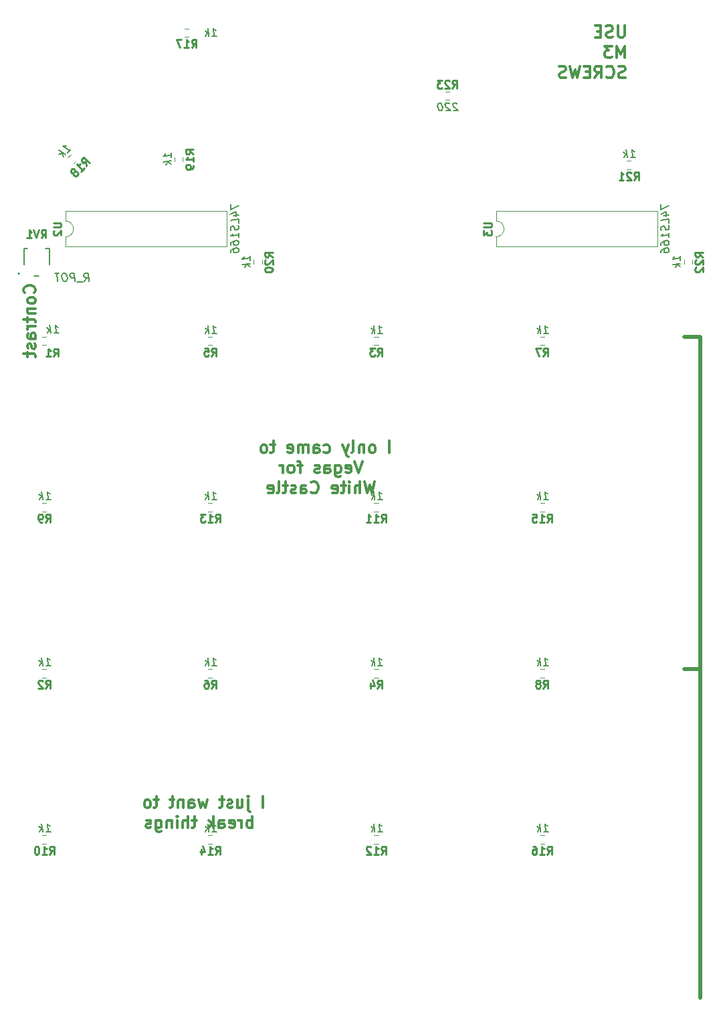
<source format=gbo>
G04 #@! TF.GenerationSoftware,KiCad,Pcbnew,5.1.9+dfsg1-1*
G04 #@! TF.CreationDate,2022-06-11T23:02:00-07:00*
G04 #@! TF.ProjectId,keypad,6b657970-6164-42e6-9b69-6361645f7063,rev?*
G04 #@! TF.SameCoordinates,Original*
G04 #@! TF.FileFunction,Legend,Bot*
G04 #@! TF.FilePolarity,Positive*
%FSLAX46Y46*%
G04 Gerber Fmt 4.6, Leading zero omitted, Abs format (unit mm)*
G04 Created by KiCad (PCBNEW 5.1.9+dfsg1-1) date 2022-06-11 23:02:00*
%MOMM*%
%LPD*%
G01*
G04 APERTURE LIST*
%ADD10C,0.300000*%
%ADD11C,0.500000*%
%ADD12C,0.200000*%
%ADD13C,0.127000*%
%ADD14C,0.120000*%
%ADD15C,0.250000*%
%ADD16C,0.150000*%
G04 APERTURE END LIST*
D10*
X181447857Y-31128571D02*
X181447857Y-32342857D01*
X181376428Y-32485714D01*
X181305000Y-32557142D01*
X181162142Y-32628571D01*
X180876428Y-32628571D01*
X180733571Y-32557142D01*
X180662142Y-32485714D01*
X180590714Y-32342857D01*
X180590714Y-31128571D01*
X179947857Y-32557142D02*
X179733571Y-32628571D01*
X179376428Y-32628571D01*
X179233571Y-32557142D01*
X179162142Y-32485714D01*
X179090714Y-32342857D01*
X179090714Y-32200000D01*
X179162142Y-32057142D01*
X179233571Y-31985714D01*
X179376428Y-31914285D01*
X179662142Y-31842857D01*
X179805000Y-31771428D01*
X179876428Y-31700000D01*
X179947857Y-31557142D01*
X179947857Y-31414285D01*
X179876428Y-31271428D01*
X179805000Y-31200000D01*
X179662142Y-31128571D01*
X179305000Y-31128571D01*
X179090714Y-31200000D01*
X178447857Y-31842857D02*
X177947857Y-31842857D01*
X177733571Y-32628571D02*
X178447857Y-32628571D01*
X178447857Y-31128571D01*
X177733571Y-31128571D01*
X181447857Y-35178571D02*
X181447857Y-33678571D01*
X180947857Y-34750000D01*
X180447857Y-33678571D01*
X180447857Y-35178571D01*
X179876428Y-33678571D02*
X178947857Y-33678571D01*
X179447857Y-34250000D01*
X179233571Y-34250000D01*
X179090714Y-34321428D01*
X179019285Y-34392857D01*
X178947857Y-34535714D01*
X178947857Y-34892857D01*
X179019285Y-35035714D01*
X179090714Y-35107142D01*
X179233571Y-35178571D01*
X179662142Y-35178571D01*
X179805000Y-35107142D01*
X179876428Y-35035714D01*
X181519285Y-37657142D02*
X181305000Y-37728571D01*
X180947857Y-37728571D01*
X180805000Y-37657142D01*
X180733571Y-37585714D01*
X180662142Y-37442857D01*
X180662142Y-37300000D01*
X180733571Y-37157142D01*
X180805000Y-37085714D01*
X180947857Y-37014285D01*
X181233571Y-36942857D01*
X181376428Y-36871428D01*
X181447857Y-36800000D01*
X181519285Y-36657142D01*
X181519285Y-36514285D01*
X181447857Y-36371428D01*
X181376428Y-36300000D01*
X181233571Y-36228571D01*
X180876428Y-36228571D01*
X180662142Y-36300000D01*
X179162142Y-37585714D02*
X179233571Y-37657142D01*
X179447857Y-37728571D01*
X179590714Y-37728571D01*
X179805000Y-37657142D01*
X179947857Y-37514285D01*
X180019285Y-37371428D01*
X180090714Y-37085714D01*
X180090714Y-36871428D01*
X180019285Y-36585714D01*
X179947857Y-36442857D01*
X179805000Y-36300000D01*
X179590714Y-36228571D01*
X179447857Y-36228571D01*
X179233571Y-36300000D01*
X179162142Y-36371428D01*
X177662142Y-37728571D02*
X178162142Y-37014285D01*
X178519285Y-37728571D02*
X178519285Y-36228571D01*
X177947857Y-36228571D01*
X177805000Y-36300000D01*
X177733571Y-36371428D01*
X177662142Y-36514285D01*
X177662142Y-36728571D01*
X177733571Y-36871428D01*
X177805000Y-36942857D01*
X177947857Y-37014285D01*
X178519285Y-37014285D01*
X177019285Y-36942857D02*
X176519285Y-36942857D01*
X176305000Y-37728571D02*
X177019285Y-37728571D01*
X177019285Y-36228571D01*
X176305000Y-36228571D01*
X175805000Y-36228571D02*
X175447857Y-37728571D01*
X175162142Y-36657142D01*
X174876428Y-37728571D01*
X174519285Y-36228571D01*
X174019285Y-37657142D02*
X173805000Y-37728571D01*
X173447857Y-37728571D01*
X173305000Y-37657142D01*
X173233571Y-37585714D01*
X173162142Y-37442857D01*
X173162142Y-37300000D01*
X173233571Y-37157142D01*
X173305000Y-37085714D01*
X173447857Y-37014285D01*
X173733571Y-36942857D01*
X173876428Y-36871428D01*
X173947857Y-36800000D01*
X174019285Y-36657142D01*
X174019285Y-36514285D01*
X173947857Y-36371428D01*
X173876428Y-36300000D01*
X173733571Y-36228571D01*
X173376428Y-36228571D01*
X173162142Y-36300000D01*
D11*
X191000000Y-70500000D02*
X189000000Y-70500000D01*
X191000000Y-112500000D02*
X191000000Y-70500000D01*
X191000000Y-112500000D02*
X191000000Y-154000000D01*
X189000000Y-112500000D02*
X191000000Y-112500000D01*
D10*
X151678571Y-85128571D02*
X151678571Y-83628571D01*
X149607142Y-85128571D02*
X149750000Y-85057142D01*
X149821428Y-84985714D01*
X149892857Y-84842857D01*
X149892857Y-84414285D01*
X149821428Y-84271428D01*
X149750000Y-84200000D01*
X149607142Y-84128571D01*
X149392857Y-84128571D01*
X149250000Y-84200000D01*
X149178571Y-84271428D01*
X149107142Y-84414285D01*
X149107142Y-84842857D01*
X149178571Y-84985714D01*
X149250000Y-85057142D01*
X149392857Y-85128571D01*
X149607142Y-85128571D01*
X148464285Y-84128571D02*
X148464285Y-85128571D01*
X148464285Y-84271428D02*
X148392857Y-84200000D01*
X148250000Y-84128571D01*
X148035714Y-84128571D01*
X147892857Y-84200000D01*
X147821428Y-84342857D01*
X147821428Y-85128571D01*
X146892857Y-85128571D02*
X147035714Y-85057142D01*
X147107142Y-84914285D01*
X147107142Y-83628571D01*
X146464285Y-84128571D02*
X146107142Y-85128571D01*
X145750000Y-84128571D02*
X146107142Y-85128571D01*
X146250000Y-85485714D01*
X146321428Y-85557142D01*
X146464285Y-85628571D01*
X143392857Y-85057142D02*
X143535714Y-85128571D01*
X143821428Y-85128571D01*
X143964285Y-85057142D01*
X144035714Y-84985714D01*
X144107142Y-84842857D01*
X144107142Y-84414285D01*
X144035714Y-84271428D01*
X143964285Y-84200000D01*
X143821428Y-84128571D01*
X143535714Y-84128571D01*
X143392857Y-84200000D01*
X142107142Y-85128571D02*
X142107142Y-84342857D01*
X142178571Y-84200000D01*
X142321428Y-84128571D01*
X142607142Y-84128571D01*
X142750000Y-84200000D01*
X142107142Y-85057142D02*
X142250000Y-85128571D01*
X142607142Y-85128571D01*
X142750000Y-85057142D01*
X142821428Y-84914285D01*
X142821428Y-84771428D01*
X142750000Y-84628571D01*
X142607142Y-84557142D01*
X142250000Y-84557142D01*
X142107142Y-84485714D01*
X141392857Y-85128571D02*
X141392857Y-84128571D01*
X141392857Y-84271428D02*
X141321428Y-84200000D01*
X141178571Y-84128571D01*
X140964285Y-84128571D01*
X140821428Y-84200000D01*
X140750000Y-84342857D01*
X140750000Y-85128571D01*
X140750000Y-84342857D02*
X140678571Y-84200000D01*
X140535714Y-84128571D01*
X140321428Y-84128571D01*
X140178571Y-84200000D01*
X140107142Y-84342857D01*
X140107142Y-85128571D01*
X138821428Y-85057142D02*
X138964285Y-85128571D01*
X139250000Y-85128571D01*
X139392857Y-85057142D01*
X139464285Y-84914285D01*
X139464285Y-84342857D01*
X139392857Y-84200000D01*
X139250000Y-84128571D01*
X138964285Y-84128571D01*
X138821428Y-84200000D01*
X138750000Y-84342857D01*
X138750000Y-84485714D01*
X139464285Y-84628571D01*
X137178571Y-84128571D02*
X136607142Y-84128571D01*
X136964285Y-83628571D02*
X136964285Y-84914285D01*
X136892857Y-85057142D01*
X136750000Y-85128571D01*
X136607142Y-85128571D01*
X135892857Y-85128571D02*
X136035714Y-85057142D01*
X136107142Y-84985714D01*
X136178571Y-84842857D01*
X136178571Y-84414285D01*
X136107142Y-84271428D01*
X136035714Y-84200000D01*
X135892857Y-84128571D01*
X135678571Y-84128571D01*
X135535714Y-84200000D01*
X135464285Y-84271428D01*
X135392857Y-84414285D01*
X135392857Y-84842857D01*
X135464285Y-84985714D01*
X135535714Y-85057142D01*
X135678571Y-85128571D01*
X135892857Y-85128571D01*
X148250000Y-86178571D02*
X147750000Y-87678571D01*
X147250000Y-86178571D01*
X146178571Y-87607142D02*
X146321428Y-87678571D01*
X146607142Y-87678571D01*
X146750000Y-87607142D01*
X146821428Y-87464285D01*
X146821428Y-86892857D01*
X146750000Y-86750000D01*
X146607142Y-86678571D01*
X146321428Y-86678571D01*
X146178571Y-86750000D01*
X146107142Y-86892857D01*
X146107142Y-87035714D01*
X146821428Y-87178571D01*
X144821428Y-86678571D02*
X144821428Y-87892857D01*
X144892857Y-88035714D01*
X144964285Y-88107142D01*
X145107142Y-88178571D01*
X145321428Y-88178571D01*
X145464285Y-88107142D01*
X144821428Y-87607142D02*
X144964285Y-87678571D01*
X145250000Y-87678571D01*
X145392857Y-87607142D01*
X145464285Y-87535714D01*
X145535714Y-87392857D01*
X145535714Y-86964285D01*
X145464285Y-86821428D01*
X145392857Y-86750000D01*
X145250000Y-86678571D01*
X144964285Y-86678571D01*
X144821428Y-86750000D01*
X143464285Y-87678571D02*
X143464285Y-86892857D01*
X143535714Y-86750000D01*
X143678571Y-86678571D01*
X143964285Y-86678571D01*
X144107142Y-86750000D01*
X143464285Y-87607142D02*
X143607142Y-87678571D01*
X143964285Y-87678571D01*
X144107142Y-87607142D01*
X144178571Y-87464285D01*
X144178571Y-87321428D01*
X144107142Y-87178571D01*
X143964285Y-87107142D01*
X143607142Y-87107142D01*
X143464285Y-87035714D01*
X142821428Y-87607142D02*
X142678571Y-87678571D01*
X142392857Y-87678571D01*
X142250000Y-87607142D01*
X142178571Y-87464285D01*
X142178571Y-87392857D01*
X142250000Y-87250000D01*
X142392857Y-87178571D01*
X142607142Y-87178571D01*
X142750000Y-87107142D01*
X142821428Y-86964285D01*
X142821428Y-86892857D01*
X142750000Y-86750000D01*
X142607142Y-86678571D01*
X142392857Y-86678571D01*
X142250000Y-86750000D01*
X140607142Y-86678571D02*
X140035714Y-86678571D01*
X140392857Y-87678571D02*
X140392857Y-86392857D01*
X140321428Y-86250000D01*
X140178571Y-86178571D01*
X140035714Y-86178571D01*
X139321428Y-87678571D02*
X139464285Y-87607142D01*
X139535714Y-87535714D01*
X139607142Y-87392857D01*
X139607142Y-86964285D01*
X139535714Y-86821428D01*
X139464285Y-86750000D01*
X139321428Y-86678571D01*
X139107142Y-86678571D01*
X138964285Y-86750000D01*
X138892857Y-86821428D01*
X138821428Y-86964285D01*
X138821428Y-87392857D01*
X138892857Y-87535714D01*
X138964285Y-87607142D01*
X139107142Y-87678571D01*
X139321428Y-87678571D01*
X138178571Y-87678571D02*
X138178571Y-86678571D01*
X138178571Y-86964285D02*
X138107142Y-86821428D01*
X138035714Y-86750000D01*
X137892857Y-86678571D01*
X137750000Y-86678571D01*
X149821428Y-88728571D02*
X149464285Y-90228571D01*
X149178571Y-89157142D01*
X148892857Y-90228571D01*
X148535714Y-88728571D01*
X147964285Y-90228571D02*
X147964285Y-88728571D01*
X147321428Y-90228571D02*
X147321428Y-89442857D01*
X147392857Y-89300000D01*
X147535714Y-89228571D01*
X147750000Y-89228571D01*
X147892857Y-89300000D01*
X147964285Y-89371428D01*
X146607142Y-90228571D02*
X146607142Y-89228571D01*
X146607142Y-88728571D02*
X146678571Y-88800000D01*
X146607142Y-88871428D01*
X146535714Y-88800000D01*
X146607142Y-88728571D01*
X146607142Y-88871428D01*
X146107142Y-89228571D02*
X145535714Y-89228571D01*
X145892857Y-88728571D02*
X145892857Y-90014285D01*
X145821428Y-90157142D01*
X145678571Y-90228571D01*
X145535714Y-90228571D01*
X144464285Y-90157142D02*
X144607142Y-90228571D01*
X144892857Y-90228571D01*
X145035714Y-90157142D01*
X145107142Y-90014285D01*
X145107142Y-89442857D01*
X145035714Y-89300000D01*
X144892857Y-89228571D01*
X144607142Y-89228571D01*
X144464285Y-89300000D01*
X144392857Y-89442857D01*
X144392857Y-89585714D01*
X145107142Y-89728571D01*
X141750000Y-90085714D02*
X141821428Y-90157142D01*
X142035714Y-90228571D01*
X142178571Y-90228571D01*
X142392857Y-90157142D01*
X142535714Y-90014285D01*
X142607142Y-89871428D01*
X142678571Y-89585714D01*
X142678571Y-89371428D01*
X142607142Y-89085714D01*
X142535714Y-88942857D01*
X142392857Y-88800000D01*
X142178571Y-88728571D01*
X142035714Y-88728571D01*
X141821428Y-88800000D01*
X141750000Y-88871428D01*
X140464285Y-90228571D02*
X140464285Y-89442857D01*
X140535714Y-89300000D01*
X140678571Y-89228571D01*
X140964285Y-89228571D01*
X141107142Y-89300000D01*
X140464285Y-90157142D02*
X140607142Y-90228571D01*
X140964285Y-90228571D01*
X141107142Y-90157142D01*
X141178571Y-90014285D01*
X141178571Y-89871428D01*
X141107142Y-89728571D01*
X140964285Y-89657142D01*
X140607142Y-89657142D01*
X140464285Y-89585714D01*
X139821428Y-90157142D02*
X139678571Y-90228571D01*
X139392857Y-90228571D01*
X139250000Y-90157142D01*
X139178571Y-90014285D01*
X139178571Y-89942857D01*
X139250000Y-89800000D01*
X139392857Y-89728571D01*
X139607142Y-89728571D01*
X139750000Y-89657142D01*
X139821428Y-89514285D01*
X139821428Y-89442857D01*
X139750000Y-89300000D01*
X139607142Y-89228571D01*
X139392857Y-89228571D01*
X139250000Y-89300000D01*
X138750000Y-89228571D02*
X138178571Y-89228571D01*
X138535714Y-88728571D02*
X138535714Y-90014285D01*
X138464285Y-90157142D01*
X138321428Y-90228571D01*
X138178571Y-90228571D01*
X137464285Y-90228571D02*
X137607142Y-90157142D01*
X137678571Y-90014285D01*
X137678571Y-88728571D01*
X136321428Y-90157142D02*
X136464285Y-90228571D01*
X136750000Y-90228571D01*
X136892857Y-90157142D01*
X136964285Y-90014285D01*
X136964285Y-89442857D01*
X136892857Y-89300000D01*
X136750000Y-89228571D01*
X136464285Y-89228571D01*
X136321428Y-89300000D01*
X136250000Y-89442857D01*
X136250000Y-89585714D01*
X136964285Y-89728571D01*
X135635714Y-130003571D02*
X135635714Y-128503571D01*
X133778571Y-129003571D02*
X133778571Y-130289285D01*
X133850000Y-130432142D01*
X133992857Y-130503571D01*
X134064285Y-130503571D01*
X133778571Y-128503571D02*
X133850000Y-128575000D01*
X133778571Y-128646428D01*
X133707142Y-128575000D01*
X133778571Y-128503571D01*
X133778571Y-128646428D01*
X132421428Y-129003571D02*
X132421428Y-130003571D01*
X133064285Y-129003571D02*
X133064285Y-129789285D01*
X132992857Y-129932142D01*
X132850000Y-130003571D01*
X132635714Y-130003571D01*
X132492857Y-129932142D01*
X132421428Y-129860714D01*
X131778571Y-129932142D02*
X131635714Y-130003571D01*
X131350000Y-130003571D01*
X131207142Y-129932142D01*
X131135714Y-129789285D01*
X131135714Y-129717857D01*
X131207142Y-129575000D01*
X131350000Y-129503571D01*
X131564285Y-129503571D01*
X131707142Y-129432142D01*
X131778571Y-129289285D01*
X131778571Y-129217857D01*
X131707142Y-129075000D01*
X131564285Y-129003571D01*
X131350000Y-129003571D01*
X131207142Y-129075000D01*
X130707142Y-129003571D02*
X130135714Y-129003571D01*
X130492857Y-128503571D02*
X130492857Y-129789285D01*
X130421428Y-129932142D01*
X130278571Y-130003571D01*
X130135714Y-130003571D01*
X128635714Y-129003571D02*
X128350000Y-130003571D01*
X128064285Y-129289285D01*
X127778571Y-130003571D01*
X127492857Y-129003571D01*
X126278571Y-130003571D02*
X126278571Y-129217857D01*
X126350000Y-129075000D01*
X126492857Y-129003571D01*
X126778571Y-129003571D01*
X126921428Y-129075000D01*
X126278571Y-129932142D02*
X126421428Y-130003571D01*
X126778571Y-130003571D01*
X126921428Y-129932142D01*
X126992857Y-129789285D01*
X126992857Y-129646428D01*
X126921428Y-129503571D01*
X126778571Y-129432142D01*
X126421428Y-129432142D01*
X126278571Y-129360714D01*
X125564285Y-129003571D02*
X125564285Y-130003571D01*
X125564285Y-129146428D02*
X125492857Y-129075000D01*
X125350000Y-129003571D01*
X125135714Y-129003571D01*
X124992857Y-129075000D01*
X124921428Y-129217857D01*
X124921428Y-130003571D01*
X124421428Y-129003571D02*
X123850000Y-129003571D01*
X124207142Y-128503571D02*
X124207142Y-129789285D01*
X124135714Y-129932142D01*
X123992857Y-130003571D01*
X123850000Y-130003571D01*
X122421428Y-129003571D02*
X121850000Y-129003571D01*
X122207142Y-128503571D02*
X122207142Y-129789285D01*
X122135714Y-129932142D01*
X121992857Y-130003571D01*
X121850000Y-130003571D01*
X121135714Y-130003571D02*
X121278571Y-129932142D01*
X121350000Y-129860714D01*
X121421428Y-129717857D01*
X121421428Y-129289285D01*
X121350000Y-129146428D01*
X121278571Y-129075000D01*
X121135714Y-129003571D01*
X120921428Y-129003571D01*
X120778571Y-129075000D01*
X120707142Y-129146428D01*
X120635714Y-129289285D01*
X120635714Y-129717857D01*
X120707142Y-129860714D01*
X120778571Y-129932142D01*
X120921428Y-130003571D01*
X121135714Y-130003571D01*
X134314285Y-132553571D02*
X134314285Y-131053571D01*
X134314285Y-131625000D02*
X134171428Y-131553571D01*
X133885714Y-131553571D01*
X133742857Y-131625000D01*
X133671428Y-131696428D01*
X133600000Y-131839285D01*
X133600000Y-132267857D01*
X133671428Y-132410714D01*
X133742857Y-132482142D01*
X133885714Y-132553571D01*
X134171428Y-132553571D01*
X134314285Y-132482142D01*
X132957142Y-132553571D02*
X132957142Y-131553571D01*
X132957142Y-131839285D02*
X132885714Y-131696428D01*
X132814285Y-131625000D01*
X132671428Y-131553571D01*
X132528571Y-131553571D01*
X131457142Y-132482142D02*
X131600000Y-132553571D01*
X131885714Y-132553571D01*
X132028571Y-132482142D01*
X132100000Y-132339285D01*
X132100000Y-131767857D01*
X132028571Y-131625000D01*
X131885714Y-131553571D01*
X131600000Y-131553571D01*
X131457142Y-131625000D01*
X131385714Y-131767857D01*
X131385714Y-131910714D01*
X132100000Y-132053571D01*
X130100000Y-132553571D02*
X130100000Y-131767857D01*
X130171428Y-131625000D01*
X130314285Y-131553571D01*
X130600000Y-131553571D01*
X130742857Y-131625000D01*
X130100000Y-132482142D02*
X130242857Y-132553571D01*
X130600000Y-132553571D01*
X130742857Y-132482142D01*
X130814285Y-132339285D01*
X130814285Y-132196428D01*
X130742857Y-132053571D01*
X130600000Y-131982142D01*
X130242857Y-131982142D01*
X130100000Y-131910714D01*
X129385714Y-132553571D02*
X129385714Y-131053571D01*
X129242857Y-131982142D02*
X128814285Y-132553571D01*
X128814285Y-131553571D02*
X129385714Y-132125000D01*
X127242857Y-131553571D02*
X126671428Y-131553571D01*
X127028571Y-131053571D02*
X127028571Y-132339285D01*
X126957142Y-132482142D01*
X126814285Y-132553571D01*
X126671428Y-132553571D01*
X126171428Y-132553571D02*
X126171428Y-131053571D01*
X125528571Y-132553571D02*
X125528571Y-131767857D01*
X125600000Y-131625000D01*
X125742857Y-131553571D01*
X125957142Y-131553571D01*
X126100000Y-131625000D01*
X126171428Y-131696428D01*
X124814285Y-132553571D02*
X124814285Y-131553571D01*
X124814285Y-131053571D02*
X124885714Y-131125000D01*
X124814285Y-131196428D01*
X124742857Y-131125000D01*
X124814285Y-131053571D01*
X124814285Y-131196428D01*
X124100000Y-131553571D02*
X124100000Y-132553571D01*
X124100000Y-131696428D02*
X124028571Y-131625000D01*
X123885714Y-131553571D01*
X123671428Y-131553571D01*
X123528571Y-131625000D01*
X123457142Y-131767857D01*
X123457142Y-132553571D01*
X122100000Y-131553571D02*
X122100000Y-132767857D01*
X122171428Y-132910714D01*
X122242857Y-132982142D01*
X122385714Y-133053571D01*
X122600000Y-133053571D01*
X122742857Y-132982142D01*
X122100000Y-132482142D02*
X122242857Y-132553571D01*
X122528571Y-132553571D01*
X122671428Y-132482142D01*
X122742857Y-132410714D01*
X122814285Y-132267857D01*
X122814285Y-131839285D01*
X122742857Y-131696428D01*
X122671428Y-131625000D01*
X122528571Y-131553571D01*
X122242857Y-131553571D01*
X122100000Y-131625000D01*
X121457142Y-132482142D02*
X121314285Y-132553571D01*
X121028571Y-132553571D01*
X120885714Y-132482142D01*
X120814285Y-132339285D01*
X120814285Y-132267857D01*
X120885714Y-132125000D01*
X121028571Y-132053571D01*
X121242857Y-132053571D01*
X121385714Y-131982142D01*
X121457142Y-131839285D01*
X121457142Y-131767857D01*
X121385714Y-131625000D01*
X121242857Y-131553571D01*
X121028571Y-131553571D01*
X120885714Y-131625000D01*
X106735714Y-64900000D02*
X106807142Y-64828571D01*
X106878571Y-64614285D01*
X106878571Y-64471428D01*
X106807142Y-64257142D01*
X106664285Y-64114285D01*
X106521428Y-64042857D01*
X106235714Y-63971428D01*
X106021428Y-63971428D01*
X105735714Y-64042857D01*
X105592857Y-64114285D01*
X105450000Y-64257142D01*
X105378571Y-64471428D01*
X105378571Y-64614285D01*
X105450000Y-64828571D01*
X105521428Y-64900000D01*
X106878571Y-65757142D02*
X106807142Y-65614285D01*
X106735714Y-65542857D01*
X106592857Y-65471428D01*
X106164285Y-65471428D01*
X106021428Y-65542857D01*
X105950000Y-65614285D01*
X105878571Y-65757142D01*
X105878571Y-65971428D01*
X105950000Y-66114285D01*
X106021428Y-66185714D01*
X106164285Y-66257142D01*
X106592857Y-66257142D01*
X106735714Y-66185714D01*
X106807142Y-66114285D01*
X106878571Y-65971428D01*
X106878571Y-65757142D01*
X105878571Y-66900000D02*
X106878571Y-66900000D01*
X106021428Y-66900000D02*
X105950000Y-66971428D01*
X105878571Y-67114285D01*
X105878571Y-67328571D01*
X105950000Y-67471428D01*
X106092857Y-67542857D01*
X106878571Y-67542857D01*
X105878571Y-68042857D02*
X105878571Y-68614285D01*
X105378571Y-68257142D02*
X106664285Y-68257142D01*
X106807142Y-68328571D01*
X106878571Y-68471428D01*
X106878571Y-68614285D01*
X106878571Y-69114285D02*
X105878571Y-69114285D01*
X106164285Y-69114285D02*
X106021428Y-69185714D01*
X105950000Y-69257142D01*
X105878571Y-69400000D01*
X105878571Y-69542857D01*
X106878571Y-70685714D02*
X106092857Y-70685714D01*
X105950000Y-70614285D01*
X105878571Y-70471428D01*
X105878571Y-70185714D01*
X105950000Y-70042857D01*
X106807142Y-70685714D02*
X106878571Y-70542857D01*
X106878571Y-70185714D01*
X106807142Y-70042857D01*
X106664285Y-69971428D01*
X106521428Y-69971428D01*
X106378571Y-70042857D01*
X106307142Y-70185714D01*
X106307142Y-70542857D01*
X106235714Y-70685714D01*
X106807142Y-71328571D02*
X106878571Y-71471428D01*
X106878571Y-71757142D01*
X106807142Y-71900000D01*
X106664285Y-71971428D01*
X106592857Y-71971428D01*
X106450000Y-71900000D01*
X106378571Y-71757142D01*
X106378571Y-71542857D01*
X106307142Y-71400000D01*
X106164285Y-71328571D01*
X106092857Y-71328571D01*
X105950000Y-71400000D01*
X105878571Y-71542857D01*
X105878571Y-71757142D01*
X105950000Y-71900000D01*
X105878571Y-72400000D02*
X105878571Y-72971428D01*
X105378571Y-72614285D02*
X106664285Y-72614285D01*
X106807142Y-72685714D01*
X106878571Y-72828571D01*
X106878571Y-72971428D01*
D12*
G04 #@! TO.C,RV1*
X104850000Y-62450000D02*
G75*
G03*
X104850000Y-62450000I-100000J0D01*
G01*
D13*
X105880000Y-59250000D02*
X105400000Y-59250000D01*
X108600000Y-59250000D02*
X108120000Y-59250000D01*
X108600000Y-61336500D02*
X108600000Y-59250000D01*
X106713500Y-62750000D02*
X107286500Y-62750000D01*
X105400000Y-59250000D02*
X105400000Y-61336500D01*
D14*
G04 #@! TO.C,U2*
X110670000Y-55810000D02*
X110670000Y-54560000D01*
X110670000Y-54560000D02*
X131110000Y-54560000D01*
X131110000Y-54560000D02*
X131110000Y-59060000D01*
X131110000Y-59060000D02*
X110670000Y-59060000D01*
X110670000Y-59060000D02*
X110670000Y-57810000D01*
X110670000Y-57810000D02*
G75*
G03*
X110670000Y-55810000I0J1000000D01*
G01*
G04 #@! TO.C,U3*
X165170000Y-59060000D02*
X165170000Y-57810000D01*
X185610000Y-59060000D02*
X165170000Y-59060000D01*
X185610000Y-54560000D02*
X185610000Y-59060000D01*
X165170000Y-54560000D02*
X185610000Y-54560000D01*
X165170000Y-55810000D02*
X165170000Y-54560000D01*
X165170000Y-57810000D02*
G75*
G03*
X165170000Y-55810000I0J1000000D01*
G01*
G04 #@! TO.C,R1*
X107745276Y-71522500D02*
X108254724Y-71522500D01*
X107745276Y-70477500D02*
X108254724Y-70477500D01*
G04 #@! TO.C,R2*
X107745276Y-112477500D02*
X108254724Y-112477500D01*
X107745276Y-113522500D02*
X108254724Y-113522500D01*
G04 #@! TO.C,R3*
X149745276Y-70477500D02*
X150254724Y-70477500D01*
X149745276Y-71522500D02*
X150254724Y-71522500D01*
G04 #@! TO.C,R4*
X149745276Y-112477500D02*
X150254724Y-112477500D01*
X149745276Y-113522500D02*
X150254724Y-113522500D01*
G04 #@! TO.C,R5*
X128745276Y-70477500D02*
X129254724Y-70477500D01*
X128745276Y-71522500D02*
X129254724Y-71522500D01*
G04 #@! TO.C,R6*
X128745276Y-113522500D02*
X129254724Y-113522500D01*
X128745276Y-112477500D02*
X129254724Y-112477500D01*
G04 #@! TO.C,R7*
X170745276Y-70477500D02*
X171254724Y-70477500D01*
X170745276Y-71522500D02*
X171254724Y-71522500D01*
G04 #@! TO.C,R8*
X170745276Y-113522500D02*
X171254724Y-113522500D01*
X170745276Y-112477500D02*
X171254724Y-112477500D01*
G04 #@! TO.C,R9*
X107745276Y-92522500D02*
X108254724Y-92522500D01*
X107745276Y-91477500D02*
X108254724Y-91477500D01*
G04 #@! TO.C,R10*
X107745276Y-133477500D02*
X108254724Y-133477500D01*
X107745276Y-134522500D02*
X108254724Y-134522500D01*
G04 #@! TO.C,R11*
X149745276Y-92522500D02*
X150254724Y-92522500D01*
X149745276Y-91477500D02*
X150254724Y-91477500D01*
G04 #@! TO.C,R12*
X149745276Y-133477500D02*
X150254724Y-133477500D01*
X149745276Y-134522500D02*
X150254724Y-134522500D01*
G04 #@! TO.C,R13*
X128745276Y-91477500D02*
X129254724Y-91477500D01*
X128745276Y-92522500D02*
X129254724Y-92522500D01*
G04 #@! TO.C,R14*
X128745276Y-134522500D02*
X129254724Y-134522500D01*
X128745276Y-133477500D02*
X129254724Y-133477500D01*
G04 #@! TO.C,R15*
X170745276Y-91477500D02*
X171254724Y-91477500D01*
X170745276Y-92522500D02*
X171254724Y-92522500D01*
G04 #@! TO.C,R16*
X170745276Y-134522500D02*
X171254724Y-134522500D01*
X170745276Y-133477500D02*
X171254724Y-133477500D01*
G04 #@! TO.C,R17*
X125745276Y-31477500D02*
X126254724Y-31477500D01*
X125745276Y-32522500D02*
X126254724Y-32522500D01*
G04 #@! TO.C,R18*
X111689346Y-48549580D02*
X112049580Y-48189346D01*
X110950420Y-47810654D02*
X111310654Y-47450420D01*
G04 #@! TO.C,R19*
X124477500Y-48254724D02*
X124477500Y-47745276D01*
X125522500Y-48254724D02*
X125522500Y-47745276D01*
G04 #@! TO.C,R20*
X135522500Y-61254724D02*
X135522500Y-60745276D01*
X134477500Y-61254724D02*
X134477500Y-60745276D01*
G04 #@! TO.C,R21*
X181745276Y-48227500D02*
X182254724Y-48227500D01*
X181745276Y-49272500D02*
X182254724Y-49272500D01*
G04 #@! TO.C,R22*
X190022500Y-61254724D02*
X190022500Y-60745276D01*
X188977500Y-61254724D02*
X188977500Y-60745276D01*
G04 #@! TO.C,R23*
X159254724Y-39477500D02*
X158745276Y-39477500D01*
X159254724Y-40522500D02*
X158745276Y-40522500D01*
G04 #@! TO.C,RV1*
D15*
X107595238Y-57952380D02*
X107928571Y-57476190D01*
X108166666Y-57952380D02*
X108166666Y-56952380D01*
X107785714Y-56952380D01*
X107690476Y-57000000D01*
X107642857Y-57047619D01*
X107595238Y-57142857D01*
X107595238Y-57285714D01*
X107642857Y-57380952D01*
X107690476Y-57428571D01*
X107785714Y-57476190D01*
X108166666Y-57476190D01*
X107309523Y-56952380D02*
X106976190Y-57952380D01*
X106642857Y-56952380D01*
X105785714Y-57952380D02*
X106357142Y-57952380D01*
X106071428Y-57952380D02*
X106071428Y-56952380D01*
X106166666Y-57095238D01*
X106261904Y-57190476D01*
X106357142Y-57238095D01*
D16*
X113076175Y-63452380D02*
X113349985Y-62976190D01*
X113647604Y-63452380D02*
X113522604Y-62452380D01*
X113141651Y-62452380D01*
X113052366Y-62500000D01*
X113010699Y-62547619D01*
X112974985Y-62642857D01*
X112992842Y-62785714D01*
X113052366Y-62880952D01*
X113105937Y-62928571D01*
X113207127Y-62976190D01*
X113588080Y-62976190D01*
X112897604Y-63547619D02*
X112135699Y-63547619D01*
X111885699Y-63452380D02*
X111760699Y-62452380D01*
X111379747Y-62452380D01*
X111290461Y-62500000D01*
X111248794Y-62547619D01*
X111213080Y-62642857D01*
X111230937Y-62785714D01*
X111290461Y-62880952D01*
X111344032Y-62928571D01*
X111445223Y-62976190D01*
X111826175Y-62976190D01*
X110570223Y-62452380D02*
X110379747Y-62452380D01*
X110290461Y-62500000D01*
X110207127Y-62595238D01*
X110183318Y-62785714D01*
X110224985Y-63119047D01*
X110296413Y-63309523D01*
X110403556Y-63404761D01*
X110504747Y-63452380D01*
X110695223Y-63452380D01*
X110784508Y-63404761D01*
X110867842Y-63309523D01*
X110891651Y-63119047D01*
X110849985Y-62785714D01*
X110778556Y-62595238D01*
X110671413Y-62500000D01*
X110570223Y-62452380D01*
X109855937Y-62452380D02*
X109284508Y-62452380D01*
X109695223Y-63452380D02*
X109570223Y-62452380D01*
G04 #@! TO.C,U2*
D15*
X109122380Y-56048095D02*
X109931904Y-56048095D01*
X110027142Y-56095714D01*
X110074761Y-56143333D01*
X110122380Y-56238571D01*
X110122380Y-56429047D01*
X110074761Y-56524285D01*
X110027142Y-56571904D01*
X109931904Y-56619523D01*
X109122380Y-56619523D01*
X109217619Y-57048095D02*
X109170000Y-57095714D01*
X109122380Y-57190952D01*
X109122380Y-57429047D01*
X109170000Y-57524285D01*
X109217619Y-57571904D01*
X109312857Y-57619523D01*
X109408095Y-57619523D01*
X109550952Y-57571904D01*
X110122380Y-57000476D01*
X110122380Y-57619523D01*
D16*
X131562380Y-53715967D02*
X131562380Y-54382633D01*
X132562380Y-53829062D01*
X131895714Y-55150491D02*
X132562380Y-55067157D01*
X131514761Y-54960014D02*
X132229047Y-54632633D01*
X132229047Y-55251681D01*
X132562380Y-56067157D02*
X132562380Y-55590967D01*
X131562380Y-55715967D01*
X132514761Y-56358824D02*
X132562380Y-56495729D01*
X132562380Y-56733824D01*
X132514761Y-56835014D01*
X132467142Y-56888586D01*
X132371904Y-56948110D01*
X132276666Y-56960014D01*
X132181428Y-56924300D01*
X132133809Y-56882633D01*
X132086190Y-56793348D01*
X132038571Y-56608824D01*
X131990952Y-56519538D01*
X131943333Y-56477872D01*
X131848095Y-56442157D01*
X131752857Y-56454062D01*
X131657619Y-56513586D01*
X131610000Y-56567157D01*
X131562380Y-56668348D01*
X131562380Y-56906443D01*
X131610000Y-57043348D01*
X132562380Y-57876681D02*
X132562380Y-57305252D01*
X132562380Y-57590967D02*
X131562380Y-57715967D01*
X131705238Y-57602872D01*
X131800476Y-57495729D01*
X131848095Y-57394538D01*
X131562380Y-58858824D02*
X131562380Y-58668348D01*
X131610000Y-58567157D01*
X131657619Y-58513586D01*
X131800476Y-58400491D01*
X131990952Y-58329062D01*
X132371904Y-58281443D01*
X132467142Y-58317157D01*
X132514761Y-58358824D01*
X132562380Y-58448110D01*
X132562380Y-58638586D01*
X132514761Y-58739776D01*
X132467142Y-58793348D01*
X132371904Y-58852872D01*
X132133809Y-58882633D01*
X132038571Y-58846919D01*
X131990952Y-58805252D01*
X131943333Y-58715967D01*
X131943333Y-58525491D01*
X131990952Y-58424300D01*
X132038571Y-58370729D01*
X132133809Y-58311205D01*
X131562380Y-59811205D02*
X131562380Y-59620729D01*
X131610000Y-59519538D01*
X131657619Y-59465967D01*
X131800476Y-59352872D01*
X131990952Y-59281443D01*
X132371904Y-59233824D01*
X132467142Y-59269538D01*
X132514761Y-59311205D01*
X132562380Y-59400491D01*
X132562380Y-59590967D01*
X132514761Y-59692157D01*
X132467142Y-59745729D01*
X132371904Y-59805252D01*
X132133809Y-59835014D01*
X132038571Y-59799300D01*
X131990952Y-59757633D01*
X131943333Y-59668348D01*
X131943333Y-59477872D01*
X131990952Y-59376681D01*
X132038571Y-59323110D01*
X132133809Y-59263586D01*
G04 #@! TO.C,U3*
D15*
X163622380Y-56048095D02*
X164431904Y-56048095D01*
X164527142Y-56095714D01*
X164574761Y-56143333D01*
X164622380Y-56238571D01*
X164622380Y-56429047D01*
X164574761Y-56524285D01*
X164527142Y-56571904D01*
X164431904Y-56619523D01*
X163622380Y-56619523D01*
X163622380Y-57000476D02*
X163622380Y-57619523D01*
X164003333Y-57286190D01*
X164003333Y-57429047D01*
X164050952Y-57524285D01*
X164098571Y-57571904D01*
X164193809Y-57619523D01*
X164431904Y-57619523D01*
X164527142Y-57571904D01*
X164574761Y-57524285D01*
X164622380Y-57429047D01*
X164622380Y-57143333D01*
X164574761Y-57048095D01*
X164527142Y-57000476D01*
D16*
X186062380Y-53715967D02*
X186062380Y-54382633D01*
X187062380Y-53829062D01*
X186395714Y-55150491D02*
X187062380Y-55067157D01*
X186014761Y-54960014D02*
X186729047Y-54632633D01*
X186729047Y-55251681D01*
X187062380Y-56067157D02*
X187062380Y-55590967D01*
X186062380Y-55715967D01*
X187014761Y-56358824D02*
X187062380Y-56495729D01*
X187062380Y-56733824D01*
X187014761Y-56835014D01*
X186967142Y-56888586D01*
X186871904Y-56948110D01*
X186776666Y-56960014D01*
X186681428Y-56924300D01*
X186633809Y-56882633D01*
X186586190Y-56793348D01*
X186538571Y-56608824D01*
X186490952Y-56519538D01*
X186443333Y-56477872D01*
X186348095Y-56442157D01*
X186252857Y-56454062D01*
X186157619Y-56513586D01*
X186110000Y-56567157D01*
X186062380Y-56668348D01*
X186062380Y-56906443D01*
X186110000Y-57043348D01*
X187062380Y-57876681D02*
X187062380Y-57305252D01*
X187062380Y-57590967D02*
X186062380Y-57715967D01*
X186205238Y-57602872D01*
X186300476Y-57495729D01*
X186348095Y-57394538D01*
X186062380Y-58858824D02*
X186062380Y-58668348D01*
X186110000Y-58567157D01*
X186157619Y-58513586D01*
X186300476Y-58400491D01*
X186490952Y-58329062D01*
X186871904Y-58281443D01*
X186967142Y-58317157D01*
X187014761Y-58358824D01*
X187062380Y-58448110D01*
X187062380Y-58638586D01*
X187014761Y-58739776D01*
X186967142Y-58793348D01*
X186871904Y-58852872D01*
X186633809Y-58882633D01*
X186538571Y-58846919D01*
X186490952Y-58805252D01*
X186443333Y-58715967D01*
X186443333Y-58525491D01*
X186490952Y-58424300D01*
X186538571Y-58370729D01*
X186633809Y-58311205D01*
X186062380Y-59811205D02*
X186062380Y-59620729D01*
X186110000Y-59519538D01*
X186157619Y-59465967D01*
X186300476Y-59352872D01*
X186490952Y-59281443D01*
X186871904Y-59233824D01*
X186967142Y-59269538D01*
X187014761Y-59311205D01*
X187062380Y-59400491D01*
X187062380Y-59590967D01*
X187014761Y-59692157D01*
X186967142Y-59745729D01*
X186871904Y-59805252D01*
X186633809Y-59835014D01*
X186538571Y-59799300D01*
X186490952Y-59757633D01*
X186443333Y-59668348D01*
X186443333Y-59477872D01*
X186490952Y-59376681D01*
X186538571Y-59323110D01*
X186633809Y-59263586D01*
G04 #@! TO.C,R1*
D15*
X109166666Y-72952380D02*
X109500000Y-72476190D01*
X109738095Y-72952380D02*
X109738095Y-71952380D01*
X109357142Y-71952380D01*
X109261904Y-72000000D01*
X109214285Y-72047619D01*
X109166666Y-72142857D01*
X109166666Y-72285714D01*
X109214285Y-72380952D01*
X109261904Y-72428571D01*
X109357142Y-72476190D01*
X109738095Y-72476190D01*
X108214285Y-72952380D02*
X108785714Y-72952380D01*
X108500000Y-72952380D02*
X108500000Y-71952380D01*
X108595238Y-72095238D01*
X108690476Y-72190476D01*
X108785714Y-72238095D01*
D16*
X109219032Y-69952380D02*
X109790461Y-69952380D01*
X109504747Y-69952380D02*
X109379747Y-68952380D01*
X109492842Y-69095238D01*
X109599985Y-69190476D01*
X109701175Y-69238095D01*
X108790461Y-69952380D02*
X108665461Y-68952380D01*
X108647604Y-69571428D02*
X108409508Y-69952380D01*
X108326175Y-69285714D02*
X108754747Y-69666666D01*
G04 #@! TO.C,R2*
D15*
X108166666Y-114882380D02*
X108500000Y-114406190D01*
X108738095Y-114882380D02*
X108738095Y-113882380D01*
X108357142Y-113882380D01*
X108261904Y-113930000D01*
X108214285Y-113977619D01*
X108166666Y-114072857D01*
X108166666Y-114215714D01*
X108214285Y-114310952D01*
X108261904Y-114358571D01*
X108357142Y-114406190D01*
X108738095Y-114406190D01*
X107785714Y-113977619D02*
X107738095Y-113930000D01*
X107642857Y-113882380D01*
X107404761Y-113882380D01*
X107309523Y-113930000D01*
X107261904Y-113977619D01*
X107214285Y-114072857D01*
X107214285Y-114168095D01*
X107261904Y-114310952D01*
X107833333Y-114882380D01*
X107214285Y-114882380D01*
D16*
X108219032Y-112022380D02*
X108790461Y-112022380D01*
X108504747Y-112022380D02*
X108379747Y-111022380D01*
X108492842Y-111165238D01*
X108599985Y-111260476D01*
X108701175Y-111308095D01*
X107790461Y-112022380D02*
X107665461Y-111022380D01*
X107647604Y-111641428D02*
X107409508Y-112022380D01*
X107326175Y-111355714D02*
X107754747Y-111736666D01*
G04 #@! TO.C,R3*
D15*
X150166666Y-72882380D02*
X150500000Y-72406190D01*
X150738095Y-72882380D02*
X150738095Y-71882380D01*
X150357142Y-71882380D01*
X150261904Y-71930000D01*
X150214285Y-71977619D01*
X150166666Y-72072857D01*
X150166666Y-72215714D01*
X150214285Y-72310952D01*
X150261904Y-72358571D01*
X150357142Y-72406190D01*
X150738095Y-72406190D01*
X149833333Y-71882380D02*
X149214285Y-71882380D01*
X149547619Y-72263333D01*
X149404761Y-72263333D01*
X149309523Y-72310952D01*
X149261904Y-72358571D01*
X149214285Y-72453809D01*
X149214285Y-72691904D01*
X149261904Y-72787142D01*
X149309523Y-72834761D01*
X149404761Y-72882380D01*
X149690476Y-72882380D01*
X149785714Y-72834761D01*
X149833333Y-72787142D01*
D16*
X150219032Y-70022380D02*
X150790461Y-70022380D01*
X150504747Y-70022380D02*
X150379747Y-69022380D01*
X150492842Y-69165238D01*
X150599985Y-69260476D01*
X150701175Y-69308095D01*
X149790461Y-70022380D02*
X149665461Y-69022380D01*
X149647604Y-69641428D02*
X149409508Y-70022380D01*
X149326175Y-69355714D02*
X149754747Y-69736666D01*
G04 #@! TO.C,R4*
D15*
X150166666Y-114882380D02*
X150500000Y-114406190D01*
X150738095Y-114882380D02*
X150738095Y-113882380D01*
X150357142Y-113882380D01*
X150261904Y-113930000D01*
X150214285Y-113977619D01*
X150166666Y-114072857D01*
X150166666Y-114215714D01*
X150214285Y-114310952D01*
X150261904Y-114358571D01*
X150357142Y-114406190D01*
X150738095Y-114406190D01*
X149309523Y-114215714D02*
X149309523Y-114882380D01*
X149547619Y-113834761D02*
X149785714Y-114549047D01*
X149166666Y-114549047D01*
D16*
X150219032Y-112022380D02*
X150790461Y-112022380D01*
X150504747Y-112022380D02*
X150379747Y-111022380D01*
X150492842Y-111165238D01*
X150599985Y-111260476D01*
X150701175Y-111308095D01*
X149790461Y-112022380D02*
X149665461Y-111022380D01*
X149647604Y-111641428D02*
X149409508Y-112022380D01*
X149326175Y-111355714D02*
X149754747Y-111736666D01*
G04 #@! TO.C,R5*
D15*
X129166666Y-72882380D02*
X129500000Y-72406190D01*
X129738095Y-72882380D02*
X129738095Y-71882380D01*
X129357142Y-71882380D01*
X129261904Y-71930000D01*
X129214285Y-71977619D01*
X129166666Y-72072857D01*
X129166666Y-72215714D01*
X129214285Y-72310952D01*
X129261904Y-72358571D01*
X129357142Y-72406190D01*
X129738095Y-72406190D01*
X128261904Y-71882380D02*
X128738095Y-71882380D01*
X128785714Y-72358571D01*
X128738095Y-72310952D01*
X128642857Y-72263333D01*
X128404761Y-72263333D01*
X128309523Y-72310952D01*
X128261904Y-72358571D01*
X128214285Y-72453809D01*
X128214285Y-72691904D01*
X128261904Y-72787142D01*
X128309523Y-72834761D01*
X128404761Y-72882380D01*
X128642857Y-72882380D01*
X128738095Y-72834761D01*
X128785714Y-72787142D01*
D16*
X129219032Y-70022380D02*
X129790461Y-70022380D01*
X129504747Y-70022380D02*
X129379747Y-69022380D01*
X129492842Y-69165238D01*
X129599985Y-69260476D01*
X129701175Y-69308095D01*
X128790461Y-70022380D02*
X128665461Y-69022380D01*
X128647604Y-69641428D02*
X128409508Y-70022380D01*
X128326175Y-69355714D02*
X128754747Y-69736666D01*
G04 #@! TO.C,R6*
D15*
X129166666Y-114882380D02*
X129500000Y-114406190D01*
X129738095Y-114882380D02*
X129738095Y-113882380D01*
X129357142Y-113882380D01*
X129261904Y-113930000D01*
X129214285Y-113977619D01*
X129166666Y-114072857D01*
X129166666Y-114215714D01*
X129214285Y-114310952D01*
X129261904Y-114358571D01*
X129357142Y-114406190D01*
X129738095Y-114406190D01*
X128309523Y-113882380D02*
X128500000Y-113882380D01*
X128595238Y-113930000D01*
X128642857Y-113977619D01*
X128738095Y-114120476D01*
X128785714Y-114310952D01*
X128785714Y-114691904D01*
X128738095Y-114787142D01*
X128690476Y-114834761D01*
X128595238Y-114882380D01*
X128404761Y-114882380D01*
X128309523Y-114834761D01*
X128261904Y-114787142D01*
X128214285Y-114691904D01*
X128214285Y-114453809D01*
X128261904Y-114358571D01*
X128309523Y-114310952D01*
X128404761Y-114263333D01*
X128595238Y-114263333D01*
X128690476Y-114310952D01*
X128738095Y-114358571D01*
X128785714Y-114453809D01*
D16*
X129219032Y-112022380D02*
X129790461Y-112022380D01*
X129504747Y-112022380D02*
X129379747Y-111022380D01*
X129492842Y-111165238D01*
X129599985Y-111260476D01*
X129701175Y-111308095D01*
X128790461Y-112022380D02*
X128665461Y-111022380D01*
X128647604Y-111641428D02*
X128409508Y-112022380D01*
X128326175Y-111355714D02*
X128754747Y-111736666D01*
G04 #@! TO.C,R7*
D15*
X171166666Y-72882380D02*
X171500000Y-72406190D01*
X171738095Y-72882380D02*
X171738095Y-71882380D01*
X171357142Y-71882380D01*
X171261904Y-71930000D01*
X171214285Y-71977619D01*
X171166666Y-72072857D01*
X171166666Y-72215714D01*
X171214285Y-72310952D01*
X171261904Y-72358571D01*
X171357142Y-72406190D01*
X171738095Y-72406190D01*
X170833333Y-71882380D02*
X170166666Y-71882380D01*
X170595238Y-72882380D01*
D16*
X171219032Y-70022380D02*
X171790461Y-70022380D01*
X171504747Y-70022380D02*
X171379747Y-69022380D01*
X171492842Y-69165238D01*
X171599985Y-69260476D01*
X171701175Y-69308095D01*
X170790461Y-70022380D02*
X170665461Y-69022380D01*
X170647604Y-69641428D02*
X170409508Y-70022380D01*
X170326175Y-69355714D02*
X170754747Y-69736666D01*
G04 #@! TO.C,R8*
D15*
X171166666Y-114882380D02*
X171500000Y-114406190D01*
X171738095Y-114882380D02*
X171738095Y-113882380D01*
X171357142Y-113882380D01*
X171261904Y-113930000D01*
X171214285Y-113977619D01*
X171166666Y-114072857D01*
X171166666Y-114215714D01*
X171214285Y-114310952D01*
X171261904Y-114358571D01*
X171357142Y-114406190D01*
X171738095Y-114406190D01*
X170595238Y-114310952D02*
X170690476Y-114263333D01*
X170738095Y-114215714D01*
X170785714Y-114120476D01*
X170785714Y-114072857D01*
X170738095Y-113977619D01*
X170690476Y-113930000D01*
X170595238Y-113882380D01*
X170404761Y-113882380D01*
X170309523Y-113930000D01*
X170261904Y-113977619D01*
X170214285Y-114072857D01*
X170214285Y-114120476D01*
X170261904Y-114215714D01*
X170309523Y-114263333D01*
X170404761Y-114310952D01*
X170595238Y-114310952D01*
X170690476Y-114358571D01*
X170738095Y-114406190D01*
X170785714Y-114501428D01*
X170785714Y-114691904D01*
X170738095Y-114787142D01*
X170690476Y-114834761D01*
X170595238Y-114882380D01*
X170404761Y-114882380D01*
X170309523Y-114834761D01*
X170261904Y-114787142D01*
X170214285Y-114691904D01*
X170214285Y-114501428D01*
X170261904Y-114406190D01*
X170309523Y-114358571D01*
X170404761Y-114310952D01*
D16*
X171219032Y-112022380D02*
X171790461Y-112022380D01*
X171504747Y-112022380D02*
X171379747Y-111022380D01*
X171492842Y-111165238D01*
X171599985Y-111260476D01*
X171701175Y-111308095D01*
X170790461Y-112022380D02*
X170665461Y-111022380D01*
X170647604Y-111641428D02*
X170409508Y-112022380D01*
X170326175Y-111355714D02*
X170754747Y-111736666D01*
G04 #@! TO.C,R9*
D15*
X108166666Y-93882380D02*
X108500000Y-93406190D01*
X108738095Y-93882380D02*
X108738095Y-92882380D01*
X108357142Y-92882380D01*
X108261904Y-92930000D01*
X108214285Y-92977619D01*
X108166666Y-93072857D01*
X108166666Y-93215714D01*
X108214285Y-93310952D01*
X108261904Y-93358571D01*
X108357142Y-93406190D01*
X108738095Y-93406190D01*
X107690476Y-93882380D02*
X107500000Y-93882380D01*
X107404761Y-93834761D01*
X107357142Y-93787142D01*
X107261904Y-93644285D01*
X107214285Y-93453809D01*
X107214285Y-93072857D01*
X107261904Y-92977619D01*
X107309523Y-92930000D01*
X107404761Y-92882380D01*
X107595238Y-92882380D01*
X107690476Y-92930000D01*
X107738095Y-92977619D01*
X107785714Y-93072857D01*
X107785714Y-93310952D01*
X107738095Y-93406190D01*
X107690476Y-93453809D01*
X107595238Y-93501428D01*
X107404761Y-93501428D01*
X107309523Y-93453809D01*
X107261904Y-93406190D01*
X107214285Y-93310952D01*
D16*
X108219032Y-91022380D02*
X108790461Y-91022380D01*
X108504747Y-91022380D02*
X108379747Y-90022380D01*
X108492842Y-90165238D01*
X108599985Y-90260476D01*
X108701175Y-90308095D01*
X107790461Y-91022380D02*
X107665461Y-90022380D01*
X107647604Y-90641428D02*
X107409508Y-91022380D01*
X107326175Y-90355714D02*
X107754747Y-90736666D01*
G04 #@! TO.C,R10*
D15*
X108642857Y-135882380D02*
X108976190Y-135406190D01*
X109214285Y-135882380D02*
X109214285Y-134882380D01*
X108833333Y-134882380D01*
X108738095Y-134930000D01*
X108690476Y-134977619D01*
X108642857Y-135072857D01*
X108642857Y-135215714D01*
X108690476Y-135310952D01*
X108738095Y-135358571D01*
X108833333Y-135406190D01*
X109214285Y-135406190D01*
X107690476Y-135882380D02*
X108261904Y-135882380D01*
X107976190Y-135882380D02*
X107976190Y-134882380D01*
X108071428Y-135025238D01*
X108166666Y-135120476D01*
X108261904Y-135168095D01*
X107071428Y-134882380D02*
X106976190Y-134882380D01*
X106880952Y-134930000D01*
X106833333Y-134977619D01*
X106785714Y-135072857D01*
X106738095Y-135263333D01*
X106738095Y-135501428D01*
X106785714Y-135691904D01*
X106833333Y-135787142D01*
X106880952Y-135834761D01*
X106976190Y-135882380D01*
X107071428Y-135882380D01*
X107166666Y-135834761D01*
X107214285Y-135787142D01*
X107261904Y-135691904D01*
X107309523Y-135501428D01*
X107309523Y-135263333D01*
X107261904Y-135072857D01*
X107214285Y-134977619D01*
X107166666Y-134930000D01*
X107071428Y-134882380D01*
D16*
X108219032Y-133022380D02*
X108790461Y-133022380D01*
X108504747Y-133022380D02*
X108379747Y-132022380D01*
X108492842Y-132165238D01*
X108599985Y-132260476D01*
X108701175Y-132308095D01*
X107790461Y-133022380D02*
X107665461Y-132022380D01*
X107647604Y-132641428D02*
X107409508Y-133022380D01*
X107326175Y-132355714D02*
X107754747Y-132736666D01*
G04 #@! TO.C,R11*
D15*
X150642857Y-93882380D02*
X150976190Y-93406190D01*
X151214285Y-93882380D02*
X151214285Y-92882380D01*
X150833333Y-92882380D01*
X150738095Y-92930000D01*
X150690476Y-92977619D01*
X150642857Y-93072857D01*
X150642857Y-93215714D01*
X150690476Y-93310952D01*
X150738095Y-93358571D01*
X150833333Y-93406190D01*
X151214285Y-93406190D01*
X149690476Y-93882380D02*
X150261904Y-93882380D01*
X149976190Y-93882380D02*
X149976190Y-92882380D01*
X150071428Y-93025238D01*
X150166666Y-93120476D01*
X150261904Y-93168095D01*
X148738095Y-93882380D02*
X149309523Y-93882380D01*
X149023809Y-93882380D02*
X149023809Y-92882380D01*
X149119047Y-93025238D01*
X149214285Y-93120476D01*
X149309523Y-93168095D01*
D16*
X150219032Y-91022380D02*
X150790461Y-91022380D01*
X150504747Y-91022380D02*
X150379747Y-90022380D01*
X150492842Y-90165238D01*
X150599985Y-90260476D01*
X150701175Y-90308095D01*
X149790461Y-91022380D02*
X149665461Y-90022380D01*
X149647604Y-90641428D02*
X149409508Y-91022380D01*
X149326175Y-90355714D02*
X149754747Y-90736666D01*
G04 #@! TO.C,R12*
D15*
X150642857Y-135882380D02*
X150976190Y-135406190D01*
X151214285Y-135882380D02*
X151214285Y-134882380D01*
X150833333Y-134882380D01*
X150738095Y-134930000D01*
X150690476Y-134977619D01*
X150642857Y-135072857D01*
X150642857Y-135215714D01*
X150690476Y-135310952D01*
X150738095Y-135358571D01*
X150833333Y-135406190D01*
X151214285Y-135406190D01*
X149690476Y-135882380D02*
X150261904Y-135882380D01*
X149976190Y-135882380D02*
X149976190Y-134882380D01*
X150071428Y-135025238D01*
X150166666Y-135120476D01*
X150261904Y-135168095D01*
X149309523Y-134977619D02*
X149261904Y-134930000D01*
X149166666Y-134882380D01*
X148928571Y-134882380D01*
X148833333Y-134930000D01*
X148785714Y-134977619D01*
X148738095Y-135072857D01*
X148738095Y-135168095D01*
X148785714Y-135310952D01*
X149357142Y-135882380D01*
X148738095Y-135882380D01*
D16*
X150219032Y-133022380D02*
X150790461Y-133022380D01*
X150504747Y-133022380D02*
X150379747Y-132022380D01*
X150492842Y-132165238D01*
X150599985Y-132260476D01*
X150701175Y-132308095D01*
X149790461Y-133022380D02*
X149665461Y-132022380D01*
X149647604Y-132641428D02*
X149409508Y-133022380D01*
X149326175Y-132355714D02*
X149754747Y-132736666D01*
G04 #@! TO.C,R13*
D15*
X129642857Y-93882380D02*
X129976190Y-93406190D01*
X130214285Y-93882380D02*
X130214285Y-92882380D01*
X129833333Y-92882380D01*
X129738095Y-92930000D01*
X129690476Y-92977619D01*
X129642857Y-93072857D01*
X129642857Y-93215714D01*
X129690476Y-93310952D01*
X129738095Y-93358571D01*
X129833333Y-93406190D01*
X130214285Y-93406190D01*
X128690476Y-93882380D02*
X129261904Y-93882380D01*
X128976190Y-93882380D02*
X128976190Y-92882380D01*
X129071428Y-93025238D01*
X129166666Y-93120476D01*
X129261904Y-93168095D01*
X128357142Y-92882380D02*
X127738095Y-92882380D01*
X128071428Y-93263333D01*
X127928571Y-93263333D01*
X127833333Y-93310952D01*
X127785714Y-93358571D01*
X127738095Y-93453809D01*
X127738095Y-93691904D01*
X127785714Y-93787142D01*
X127833333Y-93834761D01*
X127928571Y-93882380D01*
X128214285Y-93882380D01*
X128309523Y-93834761D01*
X128357142Y-93787142D01*
D16*
X129219032Y-91022380D02*
X129790461Y-91022380D01*
X129504747Y-91022380D02*
X129379747Y-90022380D01*
X129492842Y-90165238D01*
X129599985Y-90260476D01*
X129701175Y-90308095D01*
X128790461Y-91022380D02*
X128665461Y-90022380D01*
X128647604Y-90641428D02*
X128409508Y-91022380D01*
X128326175Y-90355714D02*
X128754747Y-90736666D01*
G04 #@! TO.C,R14*
D15*
X129642857Y-135882380D02*
X129976190Y-135406190D01*
X130214285Y-135882380D02*
X130214285Y-134882380D01*
X129833333Y-134882380D01*
X129738095Y-134930000D01*
X129690476Y-134977619D01*
X129642857Y-135072857D01*
X129642857Y-135215714D01*
X129690476Y-135310952D01*
X129738095Y-135358571D01*
X129833333Y-135406190D01*
X130214285Y-135406190D01*
X128690476Y-135882380D02*
X129261904Y-135882380D01*
X128976190Y-135882380D02*
X128976190Y-134882380D01*
X129071428Y-135025238D01*
X129166666Y-135120476D01*
X129261904Y-135168095D01*
X127833333Y-135215714D02*
X127833333Y-135882380D01*
X128071428Y-134834761D02*
X128309523Y-135549047D01*
X127690476Y-135549047D01*
D16*
X129219032Y-133022380D02*
X129790461Y-133022380D01*
X129504747Y-133022380D02*
X129379747Y-132022380D01*
X129492842Y-132165238D01*
X129599985Y-132260476D01*
X129701175Y-132308095D01*
X128790461Y-133022380D02*
X128665461Y-132022380D01*
X128647604Y-132641428D02*
X128409508Y-133022380D01*
X128326175Y-132355714D02*
X128754747Y-132736666D01*
G04 #@! TO.C,R15*
D15*
X171642857Y-93882380D02*
X171976190Y-93406190D01*
X172214285Y-93882380D02*
X172214285Y-92882380D01*
X171833333Y-92882380D01*
X171738095Y-92930000D01*
X171690476Y-92977619D01*
X171642857Y-93072857D01*
X171642857Y-93215714D01*
X171690476Y-93310952D01*
X171738095Y-93358571D01*
X171833333Y-93406190D01*
X172214285Y-93406190D01*
X170690476Y-93882380D02*
X171261904Y-93882380D01*
X170976190Y-93882380D02*
X170976190Y-92882380D01*
X171071428Y-93025238D01*
X171166666Y-93120476D01*
X171261904Y-93168095D01*
X169785714Y-92882380D02*
X170261904Y-92882380D01*
X170309523Y-93358571D01*
X170261904Y-93310952D01*
X170166666Y-93263333D01*
X169928571Y-93263333D01*
X169833333Y-93310952D01*
X169785714Y-93358571D01*
X169738095Y-93453809D01*
X169738095Y-93691904D01*
X169785714Y-93787142D01*
X169833333Y-93834761D01*
X169928571Y-93882380D01*
X170166666Y-93882380D01*
X170261904Y-93834761D01*
X170309523Y-93787142D01*
D16*
X171219032Y-91022380D02*
X171790461Y-91022380D01*
X171504747Y-91022380D02*
X171379747Y-90022380D01*
X171492842Y-90165238D01*
X171599985Y-90260476D01*
X171701175Y-90308095D01*
X170790461Y-91022380D02*
X170665461Y-90022380D01*
X170647604Y-90641428D02*
X170409508Y-91022380D01*
X170326175Y-90355714D02*
X170754747Y-90736666D01*
G04 #@! TO.C,R16*
D15*
X171642857Y-135882380D02*
X171976190Y-135406190D01*
X172214285Y-135882380D02*
X172214285Y-134882380D01*
X171833333Y-134882380D01*
X171738095Y-134930000D01*
X171690476Y-134977619D01*
X171642857Y-135072857D01*
X171642857Y-135215714D01*
X171690476Y-135310952D01*
X171738095Y-135358571D01*
X171833333Y-135406190D01*
X172214285Y-135406190D01*
X170690476Y-135882380D02*
X171261904Y-135882380D01*
X170976190Y-135882380D02*
X170976190Y-134882380D01*
X171071428Y-135025238D01*
X171166666Y-135120476D01*
X171261904Y-135168095D01*
X169833333Y-134882380D02*
X170023809Y-134882380D01*
X170119047Y-134930000D01*
X170166666Y-134977619D01*
X170261904Y-135120476D01*
X170309523Y-135310952D01*
X170309523Y-135691904D01*
X170261904Y-135787142D01*
X170214285Y-135834761D01*
X170119047Y-135882380D01*
X169928571Y-135882380D01*
X169833333Y-135834761D01*
X169785714Y-135787142D01*
X169738095Y-135691904D01*
X169738095Y-135453809D01*
X169785714Y-135358571D01*
X169833333Y-135310952D01*
X169928571Y-135263333D01*
X170119047Y-135263333D01*
X170214285Y-135310952D01*
X170261904Y-135358571D01*
X170309523Y-135453809D01*
D16*
X171219032Y-133022380D02*
X171790461Y-133022380D01*
X171504747Y-133022380D02*
X171379747Y-132022380D01*
X171492842Y-132165238D01*
X171599985Y-132260476D01*
X171701175Y-132308095D01*
X170790461Y-133022380D02*
X170665461Y-132022380D01*
X170647604Y-132641428D02*
X170409508Y-133022380D01*
X170326175Y-132355714D02*
X170754747Y-132736666D01*
G04 #@! TO.C,R17*
D15*
X126642857Y-33882380D02*
X126976190Y-33406190D01*
X127214285Y-33882380D02*
X127214285Y-32882380D01*
X126833333Y-32882380D01*
X126738095Y-32930000D01*
X126690476Y-32977619D01*
X126642857Y-33072857D01*
X126642857Y-33215714D01*
X126690476Y-33310952D01*
X126738095Y-33358571D01*
X126833333Y-33406190D01*
X127214285Y-33406190D01*
X125690476Y-33882380D02*
X126261904Y-33882380D01*
X125976190Y-33882380D02*
X125976190Y-32882380D01*
X126071428Y-33025238D01*
X126166666Y-33120476D01*
X126261904Y-33168095D01*
X125357142Y-32882380D02*
X124690476Y-32882380D01*
X125119047Y-33882380D01*
D16*
X129219032Y-32452380D02*
X129790461Y-32452380D01*
X129504747Y-32452380D02*
X129379747Y-31452380D01*
X129492842Y-31595238D01*
X129599985Y-31690476D01*
X129701175Y-31738095D01*
X128790461Y-32452380D02*
X128665461Y-31452380D01*
X128647604Y-32071428D02*
X128409508Y-32452380D01*
X128326175Y-31785714D02*
X128754747Y-32166666D01*
G04 #@! TO.C,R18*
D15*
X113285613Y-48876475D02*
X113184598Y-48304056D01*
X113689674Y-48472414D02*
X112982567Y-47765308D01*
X112713193Y-48034682D01*
X112679521Y-48135697D01*
X112679521Y-48203040D01*
X112713193Y-48304056D01*
X112814208Y-48405071D01*
X112915224Y-48438743D01*
X112982567Y-48438743D01*
X113083582Y-48405071D01*
X113352956Y-48135697D01*
X112612178Y-49549911D02*
X113016239Y-49145850D01*
X112814208Y-49347880D02*
X112107101Y-48640773D01*
X112275460Y-48674445D01*
X112410147Y-48674445D01*
X112511163Y-48640773D01*
X111804056Y-49549911D02*
X111837727Y-49448895D01*
X111837727Y-49381552D01*
X111804056Y-49280537D01*
X111770384Y-49246865D01*
X111669369Y-49213193D01*
X111602025Y-49213193D01*
X111501010Y-49246865D01*
X111366323Y-49381552D01*
X111332651Y-49482567D01*
X111332651Y-49549911D01*
X111366323Y-49650926D01*
X111399995Y-49684598D01*
X111501010Y-49718269D01*
X111568353Y-49718269D01*
X111669369Y-49684598D01*
X111804056Y-49549911D01*
X111905071Y-49516239D01*
X111972414Y-49516239D01*
X112073430Y-49549911D01*
X112208117Y-49684598D01*
X112241788Y-49785613D01*
X112241788Y-49852956D01*
X112208117Y-49953972D01*
X112073430Y-50088659D01*
X111972414Y-50122330D01*
X111905071Y-50122330D01*
X111804056Y-50088659D01*
X111669369Y-49953972D01*
X111635697Y-49852956D01*
X111635697Y-49785613D01*
X111669369Y-49684598D01*
D16*
X110963598Y-47153839D02*
X111367659Y-46749778D01*
X111165628Y-46951808D02*
X110370133Y-46333090D01*
X110551119Y-46354135D01*
X110694224Y-46345717D01*
X110799448Y-46307836D01*
X110660552Y-47456884D02*
X109865057Y-46838166D01*
X110290163Y-47288526D02*
X110391178Y-47726258D01*
X109860848Y-47313779D02*
X110433268Y-47280108D01*
G04 #@! TO.C,R19*
D15*
X126882380Y-47357142D02*
X126406190Y-47023809D01*
X126882380Y-46785714D02*
X125882380Y-46785714D01*
X125882380Y-47166666D01*
X125930000Y-47261904D01*
X125977619Y-47309523D01*
X126072857Y-47357142D01*
X126215714Y-47357142D01*
X126310952Y-47309523D01*
X126358571Y-47261904D01*
X126406190Y-47166666D01*
X126406190Y-46785714D01*
X126882380Y-48309523D02*
X126882380Y-47738095D01*
X126882380Y-48023809D02*
X125882380Y-48023809D01*
X126025238Y-47928571D01*
X126120476Y-47833333D01*
X126168095Y-47738095D01*
X126882380Y-48785714D02*
X126882380Y-48976190D01*
X126834761Y-49071428D01*
X126787142Y-49119047D01*
X126644285Y-49214285D01*
X126453809Y-49261904D01*
X126072857Y-49261904D01*
X125977619Y-49214285D01*
X125930000Y-49166666D01*
X125882380Y-49071428D01*
X125882380Y-48880952D01*
X125930000Y-48785714D01*
X125977619Y-48738095D01*
X126072857Y-48690476D01*
X126310952Y-48690476D01*
X126406190Y-48738095D01*
X126453809Y-48785714D01*
X126501428Y-48880952D01*
X126501428Y-49071428D01*
X126453809Y-49166666D01*
X126406190Y-49214285D01*
X126310952Y-49261904D01*
D16*
X124022380Y-47780967D02*
X124022380Y-47209538D01*
X124022380Y-47495252D02*
X123022380Y-47620252D01*
X123165238Y-47507157D01*
X123260476Y-47400014D01*
X123308095Y-47298824D01*
X124022380Y-48209538D02*
X123022380Y-48334538D01*
X123641428Y-48352395D02*
X124022380Y-48590491D01*
X123355714Y-48673824D02*
X123736666Y-48245252D01*
G04 #@! TO.C,R20*
D15*
X136882380Y-60357142D02*
X136406190Y-60023809D01*
X136882380Y-59785714D02*
X135882380Y-59785714D01*
X135882380Y-60166666D01*
X135930000Y-60261904D01*
X135977619Y-60309523D01*
X136072857Y-60357142D01*
X136215714Y-60357142D01*
X136310952Y-60309523D01*
X136358571Y-60261904D01*
X136406190Y-60166666D01*
X136406190Y-59785714D01*
X135977619Y-60738095D02*
X135930000Y-60785714D01*
X135882380Y-60880952D01*
X135882380Y-61119047D01*
X135930000Y-61214285D01*
X135977619Y-61261904D01*
X136072857Y-61309523D01*
X136168095Y-61309523D01*
X136310952Y-61261904D01*
X136882380Y-60690476D01*
X136882380Y-61309523D01*
X135882380Y-61928571D02*
X135882380Y-62023809D01*
X135930000Y-62119047D01*
X135977619Y-62166666D01*
X136072857Y-62214285D01*
X136263333Y-62261904D01*
X136501428Y-62261904D01*
X136691904Y-62214285D01*
X136787142Y-62166666D01*
X136834761Y-62119047D01*
X136882380Y-62023809D01*
X136882380Y-61928571D01*
X136834761Y-61833333D01*
X136787142Y-61785714D01*
X136691904Y-61738095D01*
X136501428Y-61690476D01*
X136263333Y-61690476D01*
X136072857Y-61738095D01*
X135977619Y-61785714D01*
X135930000Y-61833333D01*
X135882380Y-61928571D01*
D16*
X134022380Y-60780967D02*
X134022380Y-60209538D01*
X134022380Y-60495252D02*
X133022380Y-60620252D01*
X133165238Y-60507157D01*
X133260476Y-60400014D01*
X133308095Y-60298824D01*
X134022380Y-61209538D02*
X133022380Y-61334538D01*
X133641428Y-61352395D02*
X134022380Y-61590491D01*
X133355714Y-61673824D02*
X133736666Y-61245252D01*
G04 #@! TO.C,R21*
D15*
X182642857Y-50632380D02*
X182976190Y-50156190D01*
X183214285Y-50632380D02*
X183214285Y-49632380D01*
X182833333Y-49632380D01*
X182738095Y-49680000D01*
X182690476Y-49727619D01*
X182642857Y-49822857D01*
X182642857Y-49965714D01*
X182690476Y-50060952D01*
X182738095Y-50108571D01*
X182833333Y-50156190D01*
X183214285Y-50156190D01*
X182261904Y-49727619D02*
X182214285Y-49680000D01*
X182119047Y-49632380D01*
X181880952Y-49632380D01*
X181785714Y-49680000D01*
X181738095Y-49727619D01*
X181690476Y-49822857D01*
X181690476Y-49918095D01*
X181738095Y-50060952D01*
X182309523Y-50632380D01*
X181690476Y-50632380D01*
X180738095Y-50632380D02*
X181309523Y-50632380D01*
X181023809Y-50632380D02*
X181023809Y-49632380D01*
X181119047Y-49775238D01*
X181214285Y-49870476D01*
X181309523Y-49918095D01*
D16*
X182219032Y-47772380D02*
X182790461Y-47772380D01*
X182504747Y-47772380D02*
X182379747Y-46772380D01*
X182492842Y-46915238D01*
X182599985Y-47010476D01*
X182701175Y-47058095D01*
X181790461Y-47772380D02*
X181665461Y-46772380D01*
X181647604Y-47391428D02*
X181409508Y-47772380D01*
X181326175Y-47105714D02*
X181754747Y-47486666D01*
G04 #@! TO.C,R22*
D15*
X191382380Y-60357142D02*
X190906190Y-60023809D01*
X191382380Y-59785714D02*
X190382380Y-59785714D01*
X190382380Y-60166666D01*
X190430000Y-60261904D01*
X190477619Y-60309523D01*
X190572857Y-60357142D01*
X190715714Y-60357142D01*
X190810952Y-60309523D01*
X190858571Y-60261904D01*
X190906190Y-60166666D01*
X190906190Y-59785714D01*
X190477619Y-60738095D02*
X190430000Y-60785714D01*
X190382380Y-60880952D01*
X190382380Y-61119047D01*
X190430000Y-61214285D01*
X190477619Y-61261904D01*
X190572857Y-61309523D01*
X190668095Y-61309523D01*
X190810952Y-61261904D01*
X191382380Y-60690476D01*
X191382380Y-61309523D01*
X190477619Y-61690476D02*
X190430000Y-61738095D01*
X190382380Y-61833333D01*
X190382380Y-62071428D01*
X190430000Y-62166666D01*
X190477619Y-62214285D01*
X190572857Y-62261904D01*
X190668095Y-62261904D01*
X190810952Y-62214285D01*
X191382380Y-61642857D01*
X191382380Y-62261904D01*
D16*
X188522380Y-60780967D02*
X188522380Y-60209538D01*
X188522380Y-60495252D02*
X187522380Y-60620252D01*
X187665238Y-60507157D01*
X187760476Y-60400014D01*
X187808095Y-60298824D01*
X188522380Y-61209538D02*
X187522380Y-61334538D01*
X188141428Y-61352395D02*
X188522380Y-61590491D01*
X187855714Y-61673824D02*
X188236666Y-61245252D01*
G04 #@! TO.C,R23*
D15*
X159642857Y-39022380D02*
X159976190Y-38546190D01*
X160214285Y-39022380D02*
X160214285Y-38022380D01*
X159833333Y-38022380D01*
X159738095Y-38070000D01*
X159690476Y-38117619D01*
X159642857Y-38212857D01*
X159642857Y-38355714D01*
X159690476Y-38450952D01*
X159738095Y-38498571D01*
X159833333Y-38546190D01*
X160214285Y-38546190D01*
X159261904Y-38117619D02*
X159214285Y-38070000D01*
X159119047Y-38022380D01*
X158880952Y-38022380D01*
X158785714Y-38070000D01*
X158738095Y-38117619D01*
X158690476Y-38212857D01*
X158690476Y-38308095D01*
X158738095Y-38450952D01*
X159309523Y-39022380D01*
X158690476Y-39022380D01*
X158357142Y-38022380D02*
X157738095Y-38022380D01*
X158071428Y-38403333D01*
X157928571Y-38403333D01*
X157833333Y-38450952D01*
X157785714Y-38498571D01*
X157738095Y-38593809D01*
X157738095Y-38831904D01*
X157785714Y-38927142D01*
X157833333Y-38974761D01*
X157928571Y-39022380D01*
X158214285Y-39022380D01*
X158309523Y-38974761D01*
X158357142Y-38927142D01*
D16*
X160224985Y-40977619D02*
X160171413Y-40930000D01*
X160070223Y-40882380D01*
X159832127Y-40882380D01*
X159742842Y-40930000D01*
X159701175Y-40977619D01*
X159665461Y-41072857D01*
X159677366Y-41168095D01*
X159742842Y-41310952D01*
X160385699Y-41882380D01*
X159766651Y-41882380D01*
X159272604Y-40977619D02*
X159219032Y-40930000D01*
X159117842Y-40882380D01*
X158879747Y-40882380D01*
X158790461Y-40930000D01*
X158748794Y-40977619D01*
X158713080Y-41072857D01*
X158724985Y-41168095D01*
X158790461Y-41310952D01*
X159433318Y-41882380D01*
X158814270Y-41882380D01*
X158070223Y-40882380D02*
X157974985Y-40882380D01*
X157885699Y-40930000D01*
X157844032Y-40977619D01*
X157808318Y-41072857D01*
X157784508Y-41263333D01*
X157814270Y-41501428D01*
X157885699Y-41691904D01*
X157945223Y-41787142D01*
X157998794Y-41834761D01*
X158099985Y-41882380D01*
X158195223Y-41882380D01*
X158284508Y-41834761D01*
X158326175Y-41787142D01*
X158361889Y-41691904D01*
X158385699Y-41501428D01*
X158355937Y-41263333D01*
X158284508Y-41072857D01*
X158224985Y-40977619D01*
X158171413Y-40930000D01*
X158070223Y-40882380D01*
G04 #@! TD*
M02*

</source>
